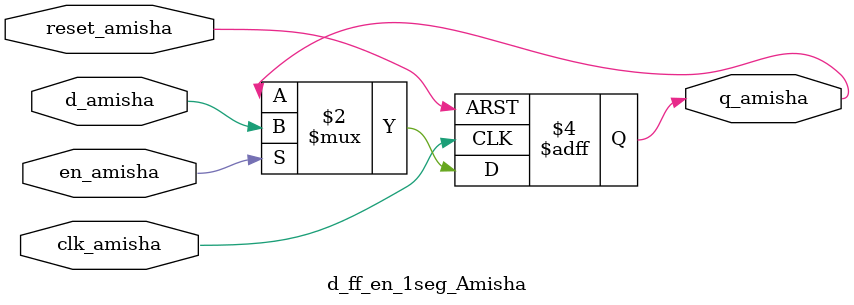
<source format=v>
`timescale 1ns / 1ps
module d_ff_en_1seg_Amisha(
    input clk_amisha,
    input reset_amisha,
    input en_amisha,
    input d_amisha,
    output reg q_amisha
    );
	 
	 always @(posedge clk_amisha, posedge reset_amisha)
	 if (reset_amisha)
	 q_amisha <= 1'b0;
	 else if (en_amisha)
	 q_amisha <= d_amisha;
endmodule

</source>
